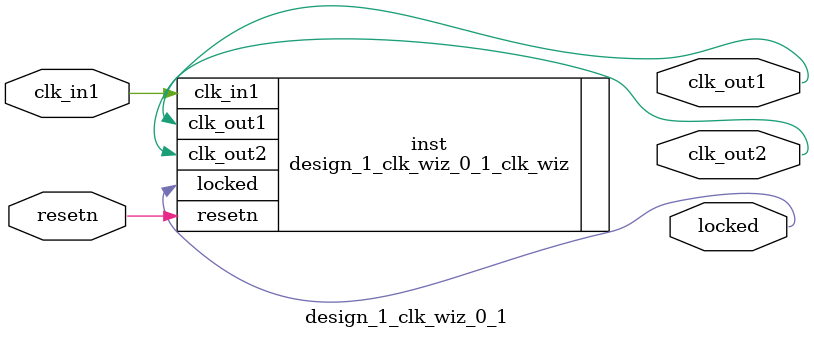
<source format=v>


`timescale 1ps/1ps

(* CORE_GENERATION_INFO = "design_1_clk_wiz_0_1,clk_wiz_v6_0_6_0_0,{component_name=design_1_clk_wiz_0_1,use_phase_alignment=true,use_min_o_jitter=false,use_max_i_jitter=false,use_dyn_phase_shift=false,use_inclk_switchover=false,use_dyn_reconfig=false,enable_axi=0,feedback_source=FDBK_AUTO,PRIMITIVE=MMCM,num_out_clk=2,clkin1_period=10.000,clkin2_period=10.000,use_power_down=false,use_reset=true,use_locked=true,use_inclk_stopped=false,feedback_type=SINGLE,CLOCK_MGR_TYPE=NA,manual_override=false}" *)

module design_1_clk_wiz_0_1 
 (
  // Clock out ports
  output        clk_out1,
  output        clk_out2,
  // Status and control signals
  input         resetn,
  output        locked,
 // Clock in ports
  input         clk_in1
 );

  design_1_clk_wiz_0_1_clk_wiz inst
  (
  // Clock out ports  
  .clk_out1(clk_out1),
  .clk_out2(clk_out2),
  // Status and control signals               
  .resetn(resetn), 
  .locked(locked),
 // Clock in ports
  .clk_in1(clk_in1)
  );

endmodule

</source>
